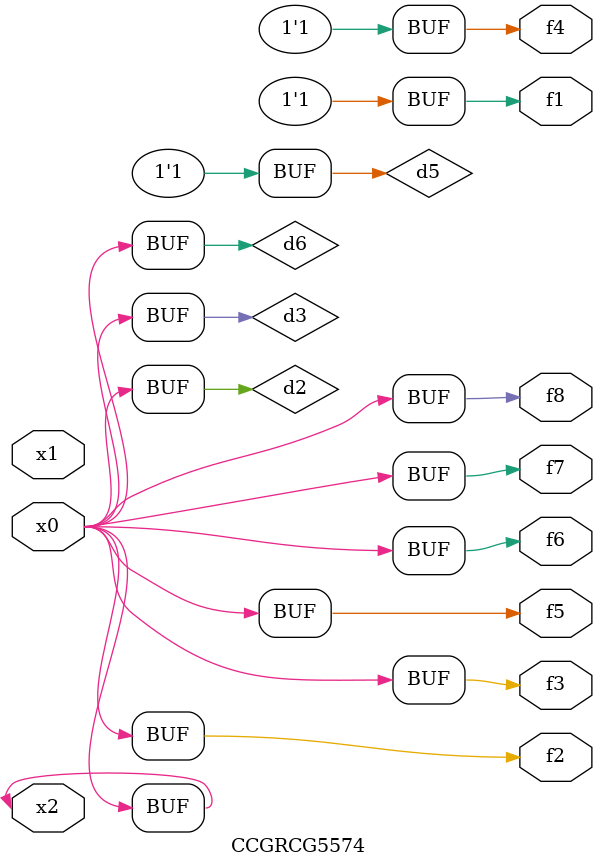
<source format=v>
module CCGRCG5574(
	input x0, x1, x2,
	output f1, f2, f3, f4, f5, f6, f7, f8
);

	wire d1, d2, d3, d4, d5, d6;

	xnor (d1, x2);
	buf (d2, x0, x2);
	and (d3, x0);
	xnor (d4, x1, x2);
	nand (d5, d1, d3);
	buf (d6, d2, d3);
	assign f1 = d5;
	assign f2 = d6;
	assign f3 = d6;
	assign f4 = d5;
	assign f5 = d6;
	assign f6 = d6;
	assign f7 = d6;
	assign f8 = d6;
endmodule

</source>
